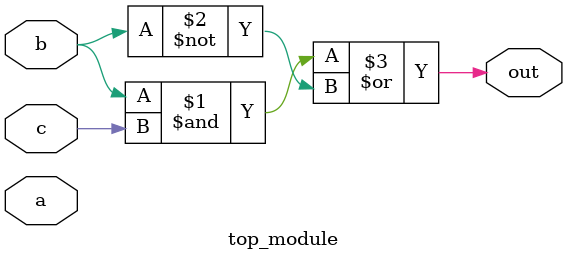
<source format=sv>
module top_module(
    input a, 
    input b,
    input c,
    output out
);
    assign out = (b & c) | (~b);
endmodule

</source>
